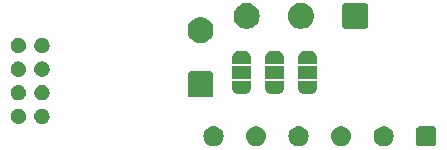
<source format=gbr>
%TF.GenerationSoftware,KiCad,Pcbnew,7.0.7*%
%TF.CreationDate,2023-10-10T17:02:05+13:00*%
%TF.ProjectId,probeDaughterBoard,70726f62-6544-4617-9567-68746572426f,rev?*%
%TF.SameCoordinates,Original*%
%TF.FileFunction,Soldermask,Bot*%
%TF.FilePolarity,Negative*%
%FSLAX46Y46*%
G04 Gerber Fmt 4.6, Leading zero omitted, Abs format (unit mm)*
G04 Created by KiCad (PCBNEW 7.0.7) date 2023-10-10 17:02:05*
%MOMM*%
%LPD*%
G01*
G04 APERTURE LIST*
G04 APERTURE END LIST*
G36*
X42818685Y-11357969D02*
G01*
X42827893Y-11362034D01*
X42834724Y-11363030D01*
X42877422Y-11383903D01*
X42919541Y-11402501D01*
X42923441Y-11406401D01*
X42923801Y-11406577D01*
X42993422Y-11476198D01*
X42993597Y-11476557D01*
X42997499Y-11480459D01*
X43016100Y-11522588D01*
X43036969Y-11565275D01*
X43037963Y-11572103D01*
X43042031Y-11581315D01*
X43050000Y-11650000D01*
X43050000Y-12750000D01*
X43042031Y-12818685D01*
X43037963Y-12827896D01*
X43036969Y-12834724D01*
X43016105Y-12877401D01*
X42997499Y-12919541D01*
X42993597Y-12923442D01*
X42993422Y-12923801D01*
X42923801Y-12993422D01*
X42923442Y-12993597D01*
X42919541Y-12997499D01*
X42877401Y-13016105D01*
X42834724Y-13036969D01*
X42827896Y-13037963D01*
X42818685Y-13042031D01*
X42750000Y-13050000D01*
X41650000Y-13050000D01*
X41581315Y-13042031D01*
X41572103Y-13037963D01*
X41565275Y-13036969D01*
X41522588Y-13016100D01*
X41480459Y-12997499D01*
X41476557Y-12993597D01*
X41476198Y-12993422D01*
X41406577Y-12923801D01*
X41406401Y-12923441D01*
X41402501Y-12919541D01*
X41383903Y-12877422D01*
X41363030Y-12834724D01*
X41362034Y-12827893D01*
X41357969Y-12818685D01*
X41350000Y-12750000D01*
X41350000Y-11650000D01*
X41357969Y-11581315D01*
X41362034Y-11572107D01*
X41363030Y-11565275D01*
X41383908Y-11522567D01*
X41402501Y-11480459D01*
X41406400Y-11476559D01*
X41406577Y-11476198D01*
X41476198Y-11406577D01*
X41476559Y-11406400D01*
X41480459Y-11402501D01*
X41522567Y-11383908D01*
X41565275Y-11363030D01*
X41572107Y-11362034D01*
X41581315Y-11357969D01*
X41650000Y-11350000D01*
X42750000Y-11350000D01*
X42818685Y-11357969D01*
G37*
G36*
X24462664Y-11391602D02*
G01*
X24625000Y-11463878D01*
X24768761Y-11568327D01*
X24887664Y-11700383D01*
X24976514Y-11854274D01*
X25031425Y-12023275D01*
X25050000Y-12200000D01*
X25031425Y-12376725D01*
X24976514Y-12545726D01*
X24887664Y-12699617D01*
X24768761Y-12831673D01*
X24625000Y-12936122D01*
X24462664Y-13008398D01*
X24288849Y-13045344D01*
X24111151Y-13045344D01*
X23937336Y-13008398D01*
X23775000Y-12936122D01*
X23631239Y-12831673D01*
X23512336Y-12699617D01*
X23423486Y-12545726D01*
X23368575Y-12376725D01*
X23350000Y-12200000D01*
X23368575Y-12023275D01*
X23423486Y-11854274D01*
X23512336Y-11700383D01*
X23631239Y-11568327D01*
X23775000Y-11463878D01*
X23937336Y-11391602D01*
X24111151Y-11354656D01*
X24288849Y-11354656D01*
X24462664Y-11391602D01*
G37*
G36*
X28062664Y-11391602D02*
G01*
X28225000Y-11463878D01*
X28368761Y-11568327D01*
X28487664Y-11700383D01*
X28576514Y-11854274D01*
X28631425Y-12023275D01*
X28650000Y-12200000D01*
X28631425Y-12376725D01*
X28576514Y-12545726D01*
X28487664Y-12699617D01*
X28368761Y-12831673D01*
X28225000Y-12936122D01*
X28062664Y-13008398D01*
X27888849Y-13045344D01*
X27711151Y-13045344D01*
X27537336Y-13008398D01*
X27375000Y-12936122D01*
X27231239Y-12831673D01*
X27112336Y-12699617D01*
X27023486Y-12545726D01*
X26968575Y-12376725D01*
X26950000Y-12200000D01*
X26968575Y-12023275D01*
X27023486Y-11854274D01*
X27112336Y-11700383D01*
X27231239Y-11568327D01*
X27375000Y-11463878D01*
X27537336Y-11391602D01*
X27711151Y-11354656D01*
X27888849Y-11354656D01*
X28062664Y-11391602D01*
G37*
G36*
X31662664Y-11391602D02*
G01*
X31825000Y-11463878D01*
X31968761Y-11568327D01*
X32087664Y-11700383D01*
X32176514Y-11854274D01*
X32231425Y-12023275D01*
X32250000Y-12200000D01*
X32231425Y-12376725D01*
X32176514Y-12545726D01*
X32087664Y-12699617D01*
X31968761Y-12831673D01*
X31825000Y-12936122D01*
X31662664Y-13008398D01*
X31488849Y-13045344D01*
X31311151Y-13045344D01*
X31137336Y-13008398D01*
X30975000Y-12936122D01*
X30831239Y-12831673D01*
X30712336Y-12699617D01*
X30623486Y-12545726D01*
X30568575Y-12376725D01*
X30550000Y-12200000D01*
X30568575Y-12023275D01*
X30623486Y-11854274D01*
X30712336Y-11700383D01*
X30831239Y-11568327D01*
X30975000Y-11463878D01*
X31137336Y-11391602D01*
X31311151Y-11354656D01*
X31488849Y-11354656D01*
X31662664Y-11391602D01*
G37*
G36*
X35262664Y-11391602D02*
G01*
X35425000Y-11463878D01*
X35568761Y-11568327D01*
X35687664Y-11700383D01*
X35776514Y-11854274D01*
X35831425Y-12023275D01*
X35850000Y-12200000D01*
X35831425Y-12376725D01*
X35776514Y-12545726D01*
X35687664Y-12699617D01*
X35568761Y-12831673D01*
X35425000Y-12936122D01*
X35262664Y-13008398D01*
X35088849Y-13045344D01*
X34911151Y-13045344D01*
X34737336Y-13008398D01*
X34575000Y-12936122D01*
X34431239Y-12831673D01*
X34312336Y-12699617D01*
X34223486Y-12545726D01*
X34168575Y-12376725D01*
X34150000Y-12200000D01*
X34168575Y-12023275D01*
X34223486Y-11854274D01*
X34312336Y-11700383D01*
X34431239Y-11568327D01*
X34575000Y-11463878D01*
X34737336Y-11391602D01*
X34911151Y-11354656D01*
X35088849Y-11354656D01*
X35262664Y-11391602D01*
G37*
G36*
X38862664Y-11391602D02*
G01*
X39025000Y-11463878D01*
X39168761Y-11568327D01*
X39287664Y-11700383D01*
X39376514Y-11854274D01*
X39431425Y-12023275D01*
X39450000Y-12200000D01*
X39431425Y-12376725D01*
X39376514Y-12545726D01*
X39287664Y-12699617D01*
X39168761Y-12831673D01*
X39025000Y-12936122D01*
X38862664Y-13008398D01*
X38688849Y-13045344D01*
X38511151Y-13045344D01*
X38337336Y-13008398D01*
X38175000Y-12936122D01*
X38031239Y-12831673D01*
X37912336Y-12699617D01*
X37823486Y-12545726D01*
X37768575Y-12376725D01*
X37750000Y-12200000D01*
X37768575Y-12023275D01*
X37823486Y-11854274D01*
X37912336Y-11700383D01*
X38031239Y-11568327D01*
X38175000Y-11463878D01*
X38337336Y-11391602D01*
X38511151Y-11354656D01*
X38688849Y-11354656D01*
X38862664Y-11391602D01*
G37*
G36*
X7713412Y-9854739D02*
G01*
X7753349Y-9854739D01*
X7786978Y-9863027D01*
X7819543Y-9866697D01*
X7861669Y-9881437D01*
X7905493Y-9892239D01*
X7931406Y-9905839D01*
X7956849Y-9914742D01*
X7999851Y-9941762D01*
X8044242Y-9965060D01*
X8062078Y-9980861D01*
X8080012Y-9992130D01*
X8120506Y-10032624D01*
X8161532Y-10068970D01*
X8171960Y-10084078D01*
X8182869Y-10094987D01*
X8217163Y-10149567D01*
X8250546Y-10197930D01*
X8255104Y-10209949D01*
X8260257Y-10218150D01*
X8284617Y-10287767D01*
X8306112Y-10344445D01*
X8306995Y-10351722D01*
X8308302Y-10355456D01*
X8319283Y-10452923D01*
X8325000Y-10500000D01*
X8319283Y-10547080D01*
X8308302Y-10644543D01*
X8306995Y-10648275D01*
X8306112Y-10655555D01*
X8284612Y-10712244D01*
X8260257Y-10781849D01*
X8255105Y-10790047D01*
X8250546Y-10802070D01*
X8217156Y-10850442D01*
X8182869Y-10905012D01*
X8171962Y-10915918D01*
X8161532Y-10931030D01*
X8120498Y-10967382D01*
X8080012Y-11007869D01*
X8062082Y-11019135D01*
X8044242Y-11034940D01*
X7999841Y-11058243D01*
X7956849Y-11085257D01*
X7931411Y-11094157D01*
X7905493Y-11107761D01*
X7861659Y-11118564D01*
X7819543Y-11133302D01*
X7786986Y-11136970D01*
X7753349Y-11145261D01*
X7713403Y-11145261D01*
X7674999Y-11149588D01*
X7636596Y-11145261D01*
X7596651Y-11145261D01*
X7563015Y-11136970D01*
X7530456Y-11133302D01*
X7488337Y-11118564D01*
X7444507Y-11107761D01*
X7418590Y-11094158D01*
X7393150Y-11085257D01*
X7350152Y-11058239D01*
X7305758Y-11034940D01*
X7287920Y-11019137D01*
X7269987Y-11007869D01*
X7229493Y-10967375D01*
X7188468Y-10931030D01*
X7178039Y-10915921D01*
X7167130Y-10905012D01*
X7132832Y-10850426D01*
X7099454Y-10802070D01*
X7094896Y-10790051D01*
X7089742Y-10781849D01*
X7065374Y-10712210D01*
X7043888Y-10655555D01*
X7043004Y-10648280D01*
X7041697Y-10644543D01*
X7030702Y-10546966D01*
X7025000Y-10500000D01*
X7030702Y-10453037D01*
X7041697Y-10355456D01*
X7043004Y-10351718D01*
X7043888Y-10344445D01*
X7065370Y-10287801D01*
X7089742Y-10218150D01*
X7094896Y-10209945D01*
X7099454Y-10197930D01*
X7132825Y-10149583D01*
X7167130Y-10094987D01*
X7178041Y-10084075D01*
X7188468Y-10068970D01*
X7229484Y-10032632D01*
X7269987Y-9992130D01*
X7287924Y-9980859D01*
X7305758Y-9965060D01*
X7350142Y-9941765D01*
X7393150Y-9914742D01*
X7418595Y-9905838D01*
X7444507Y-9892239D01*
X7488327Y-9881438D01*
X7530456Y-9866697D01*
X7563022Y-9863027D01*
X7596651Y-9854739D01*
X7636587Y-9854739D01*
X7675000Y-9850411D01*
X7713412Y-9854739D01*
G37*
G36*
X9713412Y-9854739D02*
G01*
X9753349Y-9854739D01*
X9786978Y-9863027D01*
X9819543Y-9866697D01*
X9861669Y-9881437D01*
X9905493Y-9892239D01*
X9931406Y-9905839D01*
X9956849Y-9914742D01*
X9999851Y-9941762D01*
X10044242Y-9965060D01*
X10062078Y-9980861D01*
X10080012Y-9992130D01*
X10120506Y-10032624D01*
X10161532Y-10068970D01*
X10171960Y-10084078D01*
X10182869Y-10094987D01*
X10217163Y-10149567D01*
X10250546Y-10197930D01*
X10255104Y-10209949D01*
X10260257Y-10218150D01*
X10284617Y-10287767D01*
X10306112Y-10344445D01*
X10306995Y-10351722D01*
X10308302Y-10355456D01*
X10319283Y-10452923D01*
X10325000Y-10500000D01*
X10319283Y-10547080D01*
X10308302Y-10644543D01*
X10306995Y-10648275D01*
X10306112Y-10655555D01*
X10284612Y-10712244D01*
X10260257Y-10781849D01*
X10255105Y-10790047D01*
X10250546Y-10802070D01*
X10217156Y-10850442D01*
X10182869Y-10905012D01*
X10171962Y-10915918D01*
X10161532Y-10931030D01*
X10120498Y-10967382D01*
X10080012Y-11007869D01*
X10062082Y-11019135D01*
X10044242Y-11034940D01*
X9999841Y-11058243D01*
X9956849Y-11085257D01*
X9931411Y-11094157D01*
X9905493Y-11107761D01*
X9861659Y-11118564D01*
X9819543Y-11133302D01*
X9786986Y-11136970D01*
X9753349Y-11145261D01*
X9713403Y-11145261D01*
X9674999Y-11149588D01*
X9636596Y-11145261D01*
X9596651Y-11145261D01*
X9563015Y-11136970D01*
X9530456Y-11133302D01*
X9488337Y-11118564D01*
X9444507Y-11107761D01*
X9418590Y-11094158D01*
X9393150Y-11085257D01*
X9350152Y-11058239D01*
X9305758Y-11034940D01*
X9287920Y-11019137D01*
X9269987Y-11007869D01*
X9229493Y-10967375D01*
X9188468Y-10931030D01*
X9178039Y-10915921D01*
X9167130Y-10905012D01*
X9132832Y-10850426D01*
X9099454Y-10802070D01*
X9094896Y-10790051D01*
X9089742Y-10781849D01*
X9065374Y-10712210D01*
X9043888Y-10655555D01*
X9043004Y-10648280D01*
X9041697Y-10644543D01*
X9030702Y-10546966D01*
X9025000Y-10500000D01*
X9030702Y-10453037D01*
X9041697Y-10355456D01*
X9043004Y-10351718D01*
X9043888Y-10344445D01*
X9065370Y-10287801D01*
X9089742Y-10218150D01*
X9094896Y-10209945D01*
X9099454Y-10197930D01*
X9132825Y-10149583D01*
X9167130Y-10094987D01*
X9178041Y-10084075D01*
X9188468Y-10068970D01*
X9229484Y-10032632D01*
X9269987Y-9992130D01*
X9287924Y-9980859D01*
X9305758Y-9965060D01*
X9350142Y-9941765D01*
X9393150Y-9914742D01*
X9418595Y-9905838D01*
X9444507Y-9892239D01*
X9488327Y-9881438D01*
X9530456Y-9866697D01*
X9563022Y-9863027D01*
X9596651Y-9854739D01*
X9636587Y-9854739D01*
X9675000Y-9850411D01*
X9713412Y-9854739D01*
G37*
G36*
X7713412Y-7854739D02*
G01*
X7753349Y-7854739D01*
X7786978Y-7863027D01*
X7819543Y-7866697D01*
X7861669Y-7881437D01*
X7905493Y-7892239D01*
X7931406Y-7905839D01*
X7956849Y-7914742D01*
X7999851Y-7941762D01*
X8044242Y-7965060D01*
X8062078Y-7980861D01*
X8080012Y-7992130D01*
X8120506Y-8032624D01*
X8161532Y-8068970D01*
X8171960Y-8084078D01*
X8182869Y-8094987D01*
X8217163Y-8149567D01*
X8250546Y-8197930D01*
X8255104Y-8209949D01*
X8260257Y-8218150D01*
X8284617Y-8287767D01*
X8306112Y-8344445D01*
X8306995Y-8351722D01*
X8308302Y-8355456D01*
X8319283Y-8452923D01*
X8325000Y-8500000D01*
X8319283Y-8547080D01*
X8308302Y-8644543D01*
X8306995Y-8648275D01*
X8306112Y-8655555D01*
X8284612Y-8712244D01*
X8260257Y-8781849D01*
X8255105Y-8790047D01*
X8250546Y-8802070D01*
X8217156Y-8850442D01*
X8182869Y-8905012D01*
X8171962Y-8915918D01*
X8161532Y-8931030D01*
X8120498Y-8967382D01*
X8080012Y-9007869D01*
X8062082Y-9019135D01*
X8044242Y-9034940D01*
X7999841Y-9058243D01*
X7956849Y-9085257D01*
X7931411Y-9094157D01*
X7905493Y-9107761D01*
X7861659Y-9118564D01*
X7819543Y-9133302D01*
X7786985Y-9136970D01*
X7753349Y-9145261D01*
X7713403Y-9145261D01*
X7675000Y-9149588D01*
X7636596Y-9145261D01*
X7596651Y-9145261D01*
X7563014Y-9136970D01*
X7530456Y-9133302D01*
X7488337Y-9118564D01*
X7444507Y-9107761D01*
X7418590Y-9094158D01*
X7393150Y-9085257D01*
X7350152Y-9058239D01*
X7305758Y-9034940D01*
X7287920Y-9019137D01*
X7269987Y-9007869D01*
X7229493Y-8967375D01*
X7188468Y-8931030D01*
X7178039Y-8915921D01*
X7167130Y-8905012D01*
X7132832Y-8850426D01*
X7099454Y-8802070D01*
X7094896Y-8790051D01*
X7089742Y-8781849D01*
X7065374Y-8712210D01*
X7043888Y-8655555D01*
X7043004Y-8648280D01*
X7041697Y-8644543D01*
X7030702Y-8546966D01*
X7025000Y-8500000D01*
X7030702Y-8453037D01*
X7041697Y-8355456D01*
X7043004Y-8351718D01*
X7043888Y-8344445D01*
X7065370Y-8287801D01*
X7089742Y-8218150D01*
X7094896Y-8209945D01*
X7099454Y-8197930D01*
X7132825Y-8149583D01*
X7167130Y-8094987D01*
X7178041Y-8084075D01*
X7188468Y-8068970D01*
X7229484Y-8032632D01*
X7269987Y-7992130D01*
X7287924Y-7980859D01*
X7305758Y-7965060D01*
X7350142Y-7941765D01*
X7393150Y-7914742D01*
X7418595Y-7905838D01*
X7444507Y-7892239D01*
X7488327Y-7881438D01*
X7530456Y-7866697D01*
X7563022Y-7863027D01*
X7596651Y-7854739D01*
X7636587Y-7854739D01*
X7675000Y-7850411D01*
X7713412Y-7854739D01*
G37*
G36*
X9713412Y-7854739D02*
G01*
X9753349Y-7854739D01*
X9786978Y-7863027D01*
X9819543Y-7866697D01*
X9861669Y-7881437D01*
X9905493Y-7892239D01*
X9931406Y-7905839D01*
X9956849Y-7914742D01*
X9999851Y-7941762D01*
X10044242Y-7965060D01*
X10062078Y-7980861D01*
X10080012Y-7992130D01*
X10120506Y-8032624D01*
X10161532Y-8068970D01*
X10171960Y-8084078D01*
X10182869Y-8094987D01*
X10217163Y-8149567D01*
X10250546Y-8197930D01*
X10255104Y-8209949D01*
X10260257Y-8218150D01*
X10284617Y-8287767D01*
X10306112Y-8344445D01*
X10306995Y-8351722D01*
X10308302Y-8355456D01*
X10319283Y-8452923D01*
X10325000Y-8500000D01*
X10319283Y-8547080D01*
X10308302Y-8644543D01*
X10306995Y-8648275D01*
X10306112Y-8655555D01*
X10284612Y-8712244D01*
X10260257Y-8781849D01*
X10255105Y-8790047D01*
X10250546Y-8802070D01*
X10217156Y-8850442D01*
X10182869Y-8905012D01*
X10171962Y-8915918D01*
X10161532Y-8931030D01*
X10120498Y-8967382D01*
X10080012Y-9007869D01*
X10062082Y-9019135D01*
X10044242Y-9034940D01*
X9999841Y-9058243D01*
X9956849Y-9085257D01*
X9931411Y-9094157D01*
X9905493Y-9107761D01*
X9861659Y-9118564D01*
X9819543Y-9133302D01*
X9786985Y-9136970D01*
X9753349Y-9145261D01*
X9713403Y-9145261D01*
X9675000Y-9149588D01*
X9636596Y-9145261D01*
X9596651Y-9145261D01*
X9563014Y-9136970D01*
X9530456Y-9133302D01*
X9488337Y-9118564D01*
X9444507Y-9107761D01*
X9418590Y-9094158D01*
X9393150Y-9085257D01*
X9350152Y-9058239D01*
X9305758Y-9034940D01*
X9287920Y-9019137D01*
X9269987Y-9007869D01*
X9229493Y-8967375D01*
X9188468Y-8931030D01*
X9178039Y-8915921D01*
X9167130Y-8905012D01*
X9132832Y-8850426D01*
X9099454Y-8802070D01*
X9094896Y-8790051D01*
X9089742Y-8781849D01*
X9065374Y-8712210D01*
X9043888Y-8655555D01*
X9043004Y-8648280D01*
X9041697Y-8644543D01*
X9030702Y-8546966D01*
X9025000Y-8500000D01*
X9030702Y-8453037D01*
X9041697Y-8355456D01*
X9043004Y-8351718D01*
X9043888Y-8344445D01*
X9065370Y-8287801D01*
X9089742Y-8218150D01*
X9094896Y-8209945D01*
X9099454Y-8197930D01*
X9132825Y-8149583D01*
X9167130Y-8094987D01*
X9178041Y-8084075D01*
X9188468Y-8068970D01*
X9229484Y-8032632D01*
X9269987Y-7992130D01*
X9287924Y-7980859D01*
X9305758Y-7965060D01*
X9350142Y-7941765D01*
X9393150Y-7914742D01*
X9418595Y-7905838D01*
X9444507Y-7892239D01*
X9488327Y-7881438D01*
X9530456Y-7866697D01*
X9563022Y-7863027D01*
X9596651Y-7854739D01*
X9636587Y-7854739D01*
X9675000Y-7850411D01*
X9713412Y-7854739D01*
G37*
G36*
X23968684Y-6707969D02*
G01*
X23977891Y-6712034D01*
X23984724Y-6713030D01*
X24027431Y-6733908D01*
X24069540Y-6752501D01*
X24073439Y-6756400D01*
X24073801Y-6756577D01*
X24143422Y-6826198D01*
X24143598Y-6826559D01*
X24147499Y-6830460D01*
X24166096Y-6872578D01*
X24186969Y-6915275D01*
X24187964Y-6922105D01*
X24192031Y-6931316D01*
X24199999Y-7000002D01*
X24199999Y-7004704D01*
X24200000Y-7004711D01*
X24200000Y-7850411D01*
X24200000Y-8599999D01*
X24192031Y-8668684D01*
X24187964Y-8677894D01*
X24186969Y-8684724D01*
X24166100Y-8727410D01*
X24147499Y-8769540D01*
X24143597Y-8773441D01*
X24143422Y-8773801D01*
X24073801Y-8843422D01*
X24073441Y-8843597D01*
X24069540Y-8847499D01*
X24027410Y-8866100D01*
X23984724Y-8886969D01*
X23977894Y-8887964D01*
X23968684Y-8892031D01*
X23899998Y-8899999D01*
X23895294Y-8899999D01*
X23895288Y-8900000D01*
X22304712Y-8900000D01*
X22304711Y-8899999D01*
X22300001Y-8900000D01*
X22231316Y-8892031D01*
X22222105Y-8887964D01*
X22215275Y-8886969D01*
X22172578Y-8866096D01*
X22130460Y-8847499D01*
X22126559Y-8843598D01*
X22126198Y-8843422D01*
X22056577Y-8773801D01*
X22056400Y-8773439D01*
X22052501Y-8769540D01*
X22033908Y-8727431D01*
X22013030Y-8684724D01*
X22012034Y-8677891D01*
X22007969Y-8668684D01*
X22000001Y-8599998D01*
X22000000Y-8595294D01*
X22000000Y-8595288D01*
X22000000Y-7004711D01*
X22000000Y-7004710D01*
X22000000Y-7000001D01*
X22007969Y-6931316D01*
X22012034Y-6922108D01*
X22013030Y-6915275D01*
X22033913Y-6872557D01*
X22052501Y-6830460D01*
X22056399Y-6826561D01*
X22056577Y-6826198D01*
X22126198Y-6756577D01*
X22126561Y-6756399D01*
X22130460Y-6752501D01*
X22172557Y-6733913D01*
X22215275Y-6713030D01*
X22222108Y-6712034D01*
X22231316Y-6707969D01*
X22300002Y-6700001D01*
X22304705Y-6700000D01*
X22304712Y-6700000D01*
X23895288Y-6700000D01*
X23899999Y-6700000D01*
X23968684Y-6707969D01*
G37*
G36*
X27334133Y-7503806D02*
G01*
X27350354Y-7514645D01*
X27361193Y-7530866D01*
X27364999Y-7550000D01*
X27364999Y-8100000D01*
X27361193Y-8119134D01*
X27360064Y-8120821D01*
X27359910Y-8122390D01*
X27359910Y-8166510D01*
X27359910Y-8171157D01*
X27357885Y-8185244D01*
X27317790Y-8321795D01*
X27311878Y-8334740D01*
X27234937Y-8454462D01*
X27225617Y-8465217D01*
X27118062Y-8558414D01*
X27106090Y-8566109D01*
X26976636Y-8625228D01*
X26962981Y-8629237D01*
X26822115Y-8649491D01*
X26814999Y-8650000D01*
X26812680Y-8650000D01*
X26317318Y-8650000D01*
X26314999Y-8650000D01*
X26307883Y-8649491D01*
X26167017Y-8629237D01*
X26153362Y-8625228D01*
X26023908Y-8566109D01*
X26011936Y-8558414D01*
X25986939Y-8536754D01*
X25907897Y-8468264D01*
X25907895Y-8468262D01*
X25904381Y-8465217D01*
X25895061Y-8454462D01*
X25818120Y-8334740D01*
X25812208Y-8321795D01*
X25810897Y-8317333D01*
X25810896Y-8317329D01*
X25773422Y-8189702D01*
X25772113Y-8185244D01*
X25770088Y-8171157D01*
X25770088Y-8122389D01*
X25769933Y-8120823D01*
X25768805Y-8119134D01*
X25764999Y-8100000D01*
X25764999Y-7550000D01*
X25768805Y-7530866D01*
X25779644Y-7514645D01*
X25795865Y-7503806D01*
X25814999Y-7500000D01*
X27314999Y-7500000D01*
X27334133Y-7503806D01*
G37*
G36*
X30134133Y-7503806D02*
G01*
X30150354Y-7514645D01*
X30161193Y-7530866D01*
X30164999Y-7550000D01*
X30164999Y-8100000D01*
X30161193Y-8119134D01*
X30160063Y-8120823D01*
X30159909Y-8122389D01*
X30159910Y-8171157D01*
X30157885Y-8185244D01*
X30117790Y-8321795D01*
X30111878Y-8334740D01*
X30034937Y-8454462D01*
X30025617Y-8465217D01*
X29918062Y-8558414D01*
X29906090Y-8566109D01*
X29776636Y-8625228D01*
X29762981Y-8629237D01*
X29622115Y-8649491D01*
X29614999Y-8650000D01*
X29612680Y-8650000D01*
X29117318Y-8650000D01*
X29114999Y-8650000D01*
X29107883Y-8649491D01*
X28967017Y-8629237D01*
X28953362Y-8625228D01*
X28823908Y-8566109D01*
X28811936Y-8558414D01*
X28786939Y-8536754D01*
X28707897Y-8468264D01*
X28707895Y-8468262D01*
X28704381Y-8465217D01*
X28695061Y-8454462D01*
X28618120Y-8334740D01*
X28612208Y-8321795D01*
X28610897Y-8317333D01*
X28610896Y-8317329D01*
X28573422Y-8189702D01*
X28572113Y-8185244D01*
X28570088Y-8171157D01*
X28570088Y-8122389D01*
X28569933Y-8120823D01*
X28568805Y-8119134D01*
X28564999Y-8100000D01*
X28564999Y-7550000D01*
X28568805Y-7530866D01*
X28579644Y-7514645D01*
X28595865Y-7503806D01*
X28614999Y-7500000D01*
X30114999Y-7500000D01*
X30134133Y-7503806D01*
G37*
G36*
X32934133Y-7503806D02*
G01*
X32950354Y-7514645D01*
X32961193Y-7530866D01*
X32964999Y-7550000D01*
X32964999Y-8100000D01*
X32961193Y-8119134D01*
X32960063Y-8120823D01*
X32959909Y-8122389D01*
X32959910Y-8171157D01*
X32957885Y-8185244D01*
X32917790Y-8321795D01*
X32911878Y-8334740D01*
X32834937Y-8454462D01*
X32825617Y-8465217D01*
X32718062Y-8558414D01*
X32706090Y-8566109D01*
X32576636Y-8625228D01*
X32562981Y-8629237D01*
X32422115Y-8649491D01*
X32414999Y-8650000D01*
X32412680Y-8650000D01*
X31917318Y-8650000D01*
X31914999Y-8650000D01*
X31907883Y-8649491D01*
X31767017Y-8629237D01*
X31753362Y-8625228D01*
X31623908Y-8566109D01*
X31611936Y-8558414D01*
X31586939Y-8536754D01*
X31507897Y-8468264D01*
X31507895Y-8468262D01*
X31504381Y-8465217D01*
X31495061Y-8454462D01*
X31418120Y-8334740D01*
X31412208Y-8321795D01*
X31410897Y-8317333D01*
X31410896Y-8317329D01*
X31373422Y-8189702D01*
X31372113Y-8185244D01*
X31370088Y-8171157D01*
X31370088Y-8166516D01*
X31370087Y-8166510D01*
X31370087Y-8122389D01*
X31369932Y-8120821D01*
X31368805Y-8119134D01*
X31364999Y-8100000D01*
X31364999Y-7550000D01*
X31368805Y-7530866D01*
X31379644Y-7514645D01*
X31395865Y-7503806D01*
X31414999Y-7500000D01*
X32914999Y-7500000D01*
X32934133Y-7503806D01*
G37*
G36*
X27334133Y-6253806D02*
G01*
X27350354Y-6264645D01*
X27361193Y-6280866D01*
X27364999Y-6300000D01*
X27364999Y-7300000D01*
X27361193Y-7319134D01*
X27350354Y-7335355D01*
X27334133Y-7346194D01*
X27314999Y-7350000D01*
X25814999Y-7350000D01*
X25795865Y-7346194D01*
X25779644Y-7335355D01*
X25768805Y-7319134D01*
X25764999Y-7300000D01*
X25764999Y-6300000D01*
X25768805Y-6280866D01*
X25779644Y-6264645D01*
X25795865Y-6253806D01*
X25814999Y-6250000D01*
X27314999Y-6250000D01*
X27334133Y-6253806D01*
G37*
G36*
X30134133Y-6253806D02*
G01*
X30150354Y-6264645D01*
X30161193Y-6280866D01*
X30164999Y-6300000D01*
X30164999Y-7300000D01*
X30161193Y-7319134D01*
X30150354Y-7335355D01*
X30134133Y-7346194D01*
X30114999Y-7350000D01*
X28614999Y-7350000D01*
X28595865Y-7346194D01*
X28579644Y-7335355D01*
X28568805Y-7319134D01*
X28564999Y-7300000D01*
X28564999Y-6300000D01*
X28568805Y-6280866D01*
X28579644Y-6264645D01*
X28595865Y-6253806D01*
X28614999Y-6250000D01*
X30114999Y-6250000D01*
X30134133Y-6253806D01*
G37*
G36*
X32934133Y-6253806D02*
G01*
X32950354Y-6264645D01*
X32961193Y-6280866D01*
X32964999Y-6300000D01*
X32964999Y-7300000D01*
X32961193Y-7319134D01*
X32950354Y-7335355D01*
X32934133Y-7346194D01*
X32914999Y-7350000D01*
X31414999Y-7350000D01*
X31395865Y-7346194D01*
X31379644Y-7335355D01*
X31368805Y-7319134D01*
X31364999Y-7300000D01*
X31364999Y-6300000D01*
X31368805Y-6280866D01*
X31379644Y-6264645D01*
X31395865Y-6253806D01*
X31414999Y-6250000D01*
X32914999Y-6250000D01*
X32934133Y-6253806D01*
G37*
G36*
X7713412Y-5854739D02*
G01*
X7753349Y-5854739D01*
X7786978Y-5863027D01*
X7819543Y-5866697D01*
X7861669Y-5881437D01*
X7905493Y-5892239D01*
X7931406Y-5905839D01*
X7956849Y-5914742D01*
X7999851Y-5941762D01*
X8044242Y-5965060D01*
X8062078Y-5980861D01*
X8080012Y-5992130D01*
X8120506Y-6032624D01*
X8161532Y-6068970D01*
X8171960Y-6084078D01*
X8182869Y-6094987D01*
X8217163Y-6149567D01*
X8250546Y-6197930D01*
X8255104Y-6209949D01*
X8260257Y-6218150D01*
X8284617Y-6287767D01*
X8306112Y-6344445D01*
X8306995Y-6351722D01*
X8308302Y-6355456D01*
X8319283Y-6452923D01*
X8325000Y-6500000D01*
X8319283Y-6547080D01*
X8308302Y-6644543D01*
X8306995Y-6648275D01*
X8306112Y-6655555D01*
X8284612Y-6712244D01*
X8260257Y-6781849D01*
X8255105Y-6790047D01*
X8250546Y-6802070D01*
X8217156Y-6850442D01*
X8182869Y-6905012D01*
X8171962Y-6915918D01*
X8161532Y-6931030D01*
X8120498Y-6967382D01*
X8080012Y-7007869D01*
X8062082Y-7019135D01*
X8044242Y-7034940D01*
X7999841Y-7058243D01*
X7956849Y-7085257D01*
X7931411Y-7094157D01*
X7905493Y-7107761D01*
X7861659Y-7118564D01*
X7819543Y-7133302D01*
X7786985Y-7136970D01*
X7753349Y-7145261D01*
X7713403Y-7145261D01*
X7675000Y-7149588D01*
X7636596Y-7145261D01*
X7596651Y-7145261D01*
X7563014Y-7136970D01*
X7530456Y-7133302D01*
X7488337Y-7118564D01*
X7444507Y-7107761D01*
X7418590Y-7094158D01*
X7393150Y-7085257D01*
X7350152Y-7058239D01*
X7305758Y-7034940D01*
X7287920Y-7019137D01*
X7269987Y-7007869D01*
X7229493Y-6967375D01*
X7188468Y-6931030D01*
X7178039Y-6915921D01*
X7167130Y-6905012D01*
X7132832Y-6850426D01*
X7099454Y-6802070D01*
X7094896Y-6790051D01*
X7089742Y-6781849D01*
X7065374Y-6712210D01*
X7043888Y-6655555D01*
X7043004Y-6648280D01*
X7041697Y-6644543D01*
X7030702Y-6546966D01*
X7025000Y-6500000D01*
X7030702Y-6453037D01*
X7041697Y-6355456D01*
X7043004Y-6351718D01*
X7043888Y-6344445D01*
X7065370Y-6287801D01*
X7089742Y-6218150D01*
X7094896Y-6209945D01*
X7099454Y-6197930D01*
X7132825Y-6149583D01*
X7167130Y-6094987D01*
X7178041Y-6084075D01*
X7188468Y-6068970D01*
X7229484Y-6032632D01*
X7269987Y-5992130D01*
X7287924Y-5980859D01*
X7305758Y-5965060D01*
X7350142Y-5941765D01*
X7393150Y-5914742D01*
X7418595Y-5905838D01*
X7444507Y-5892239D01*
X7488327Y-5881438D01*
X7530456Y-5866697D01*
X7563022Y-5863027D01*
X7596651Y-5854739D01*
X7636587Y-5854739D01*
X7675000Y-5850411D01*
X7713412Y-5854739D01*
G37*
G36*
X9713412Y-5854739D02*
G01*
X9753349Y-5854739D01*
X9786978Y-5863027D01*
X9819543Y-5866697D01*
X9861669Y-5881437D01*
X9905493Y-5892239D01*
X9931406Y-5905839D01*
X9956849Y-5914742D01*
X9999851Y-5941762D01*
X10044242Y-5965060D01*
X10062078Y-5980861D01*
X10080012Y-5992130D01*
X10120506Y-6032624D01*
X10161532Y-6068970D01*
X10171960Y-6084078D01*
X10182869Y-6094987D01*
X10217163Y-6149567D01*
X10250546Y-6197930D01*
X10255104Y-6209949D01*
X10260257Y-6218150D01*
X10284617Y-6287767D01*
X10306112Y-6344445D01*
X10306995Y-6351722D01*
X10308302Y-6355456D01*
X10319283Y-6452923D01*
X10325000Y-6500000D01*
X10319283Y-6547080D01*
X10308302Y-6644543D01*
X10306995Y-6648275D01*
X10306112Y-6655555D01*
X10284612Y-6712244D01*
X10260257Y-6781849D01*
X10255105Y-6790047D01*
X10250546Y-6802070D01*
X10217156Y-6850442D01*
X10182869Y-6905012D01*
X10171962Y-6915918D01*
X10161532Y-6931030D01*
X10120498Y-6967382D01*
X10080012Y-7007869D01*
X10062082Y-7019135D01*
X10044242Y-7034940D01*
X9999841Y-7058243D01*
X9956849Y-7085257D01*
X9931411Y-7094157D01*
X9905493Y-7107761D01*
X9861659Y-7118564D01*
X9819543Y-7133302D01*
X9786985Y-7136970D01*
X9753349Y-7145261D01*
X9713403Y-7145261D01*
X9675000Y-7149588D01*
X9636596Y-7145261D01*
X9596651Y-7145261D01*
X9563014Y-7136970D01*
X9530456Y-7133302D01*
X9488337Y-7118564D01*
X9444507Y-7107761D01*
X9418590Y-7094158D01*
X9393150Y-7085257D01*
X9350152Y-7058239D01*
X9305758Y-7034940D01*
X9287920Y-7019137D01*
X9269987Y-7007869D01*
X9229493Y-6967375D01*
X9188468Y-6931030D01*
X9178039Y-6915921D01*
X9167130Y-6905012D01*
X9132832Y-6850426D01*
X9099454Y-6802070D01*
X9094896Y-6790051D01*
X9089742Y-6781849D01*
X9065374Y-6712210D01*
X9043888Y-6655555D01*
X9043004Y-6648280D01*
X9041697Y-6644543D01*
X9030702Y-6546966D01*
X9025000Y-6500000D01*
X9030702Y-6453037D01*
X9041697Y-6355456D01*
X9043004Y-6351718D01*
X9043888Y-6344445D01*
X9065370Y-6287801D01*
X9089742Y-6218150D01*
X9094896Y-6209945D01*
X9099454Y-6197930D01*
X9132825Y-6149583D01*
X9167130Y-6094987D01*
X9178041Y-6084075D01*
X9188468Y-6068970D01*
X9229484Y-6032632D01*
X9269987Y-5992130D01*
X9287924Y-5980859D01*
X9305758Y-5965060D01*
X9350142Y-5941765D01*
X9393150Y-5914742D01*
X9418595Y-5905838D01*
X9444507Y-5892239D01*
X9488327Y-5881438D01*
X9530456Y-5866697D01*
X9563022Y-5863027D01*
X9596651Y-5854739D01*
X9636587Y-5854739D01*
X9675000Y-5850411D01*
X9713412Y-5854739D01*
G37*
G36*
X26822115Y-4950509D02*
G01*
X26824408Y-4950838D01*
X26824412Y-4950839D01*
X26958380Y-4970101D01*
X26958383Y-4970101D01*
X26962981Y-4970763D01*
X26976636Y-4974772D01*
X26980864Y-4976703D01*
X27101858Y-5031958D01*
X27101859Y-5031959D01*
X27106090Y-5033891D01*
X27118062Y-5041586D01*
X27121574Y-5044629D01*
X27121575Y-5044630D01*
X27222100Y-5131735D01*
X27222101Y-5131737D01*
X27225617Y-5134783D01*
X27234937Y-5145538D01*
X27311878Y-5265260D01*
X27317790Y-5278205D01*
X27357885Y-5414756D01*
X27359910Y-5428843D01*
X27359909Y-5433487D01*
X27359910Y-5433488D01*
X27359910Y-5477609D01*
X27360064Y-5479177D01*
X27361193Y-5480866D01*
X27364999Y-5500000D01*
X27364999Y-6050000D01*
X27361193Y-6069134D01*
X27350354Y-6085355D01*
X27334133Y-6096194D01*
X27314999Y-6100000D01*
X27308597Y-6100000D01*
X25821401Y-6100000D01*
X25814999Y-6100000D01*
X25795865Y-6096194D01*
X25779644Y-6085355D01*
X25768805Y-6069134D01*
X25764999Y-6050000D01*
X25764999Y-5500000D01*
X25768805Y-5480866D01*
X25769933Y-5479176D01*
X25770088Y-5477609D01*
X25770088Y-5433488D01*
X25770088Y-5433487D01*
X25770088Y-5428843D01*
X25772113Y-5414756D01*
X25773422Y-5410297D01*
X25810896Y-5282670D01*
X25810898Y-5282664D01*
X25812208Y-5278205D01*
X25818120Y-5265260D01*
X25895061Y-5145538D01*
X25904381Y-5134783D01*
X25907892Y-5131740D01*
X25907897Y-5131735D01*
X26008422Y-5044630D01*
X26008426Y-5044627D01*
X26011936Y-5041586D01*
X26023908Y-5033891D01*
X26028134Y-5031960D01*
X26028139Y-5031958D01*
X26149133Y-4976703D01*
X26149134Y-4976702D01*
X26153362Y-4974772D01*
X26167017Y-4970763D01*
X26171612Y-4970102D01*
X26171617Y-4970101D01*
X26305585Y-4950839D01*
X26305590Y-4950838D01*
X26307883Y-4950509D01*
X26314999Y-4950000D01*
X26814999Y-4950000D01*
X26822115Y-4950509D01*
G37*
G36*
X29622115Y-4950509D02*
G01*
X29624408Y-4950838D01*
X29624412Y-4950839D01*
X29758380Y-4970101D01*
X29758383Y-4970101D01*
X29762981Y-4970763D01*
X29776636Y-4974772D01*
X29780864Y-4976703D01*
X29901858Y-5031958D01*
X29901859Y-5031959D01*
X29906090Y-5033891D01*
X29918062Y-5041586D01*
X29921574Y-5044629D01*
X29921575Y-5044630D01*
X30022100Y-5131735D01*
X30022101Y-5131737D01*
X30025617Y-5134783D01*
X30034937Y-5145538D01*
X30111878Y-5265260D01*
X30117790Y-5278205D01*
X30157885Y-5414756D01*
X30159910Y-5428843D01*
X30159909Y-5477609D01*
X30160063Y-5479175D01*
X30161193Y-5480866D01*
X30164999Y-5500000D01*
X30164999Y-6050000D01*
X30161193Y-6069134D01*
X30150354Y-6085355D01*
X30134133Y-6096194D01*
X30114999Y-6100000D01*
X30108597Y-6100000D01*
X28621401Y-6100000D01*
X28614999Y-6100000D01*
X28595865Y-6096194D01*
X28579644Y-6085355D01*
X28568805Y-6069134D01*
X28564999Y-6050000D01*
X28564999Y-5500000D01*
X28568805Y-5480866D01*
X28569933Y-5479176D01*
X28570088Y-5477609D01*
X28570088Y-5433488D01*
X28570088Y-5433487D01*
X28570088Y-5428843D01*
X28572113Y-5414756D01*
X28573422Y-5410297D01*
X28610896Y-5282670D01*
X28610898Y-5282664D01*
X28612208Y-5278205D01*
X28618120Y-5265260D01*
X28695061Y-5145538D01*
X28704381Y-5134783D01*
X28707892Y-5131740D01*
X28707897Y-5131735D01*
X28808422Y-5044630D01*
X28808426Y-5044627D01*
X28811936Y-5041586D01*
X28823908Y-5033891D01*
X28828134Y-5031960D01*
X28828139Y-5031958D01*
X28949133Y-4976703D01*
X28949134Y-4976702D01*
X28953362Y-4974772D01*
X28967017Y-4970763D01*
X28971612Y-4970102D01*
X28971617Y-4970101D01*
X29105585Y-4950839D01*
X29105590Y-4950838D01*
X29107883Y-4950509D01*
X29114999Y-4950000D01*
X29614999Y-4950000D01*
X29622115Y-4950509D01*
G37*
G36*
X32422115Y-4950509D02*
G01*
X32424408Y-4950838D01*
X32424412Y-4950839D01*
X32558380Y-4970101D01*
X32558383Y-4970101D01*
X32562981Y-4970763D01*
X32576636Y-4974772D01*
X32580864Y-4976703D01*
X32701858Y-5031958D01*
X32701859Y-5031959D01*
X32706090Y-5033891D01*
X32718062Y-5041586D01*
X32721574Y-5044629D01*
X32721575Y-5044630D01*
X32822100Y-5131735D01*
X32822101Y-5131737D01*
X32825617Y-5134783D01*
X32834937Y-5145538D01*
X32911878Y-5265260D01*
X32917790Y-5278205D01*
X32957885Y-5414756D01*
X32959910Y-5428843D01*
X32959909Y-5477609D01*
X32960063Y-5479175D01*
X32961193Y-5480866D01*
X32964999Y-5500000D01*
X32964999Y-6050000D01*
X32961193Y-6069134D01*
X32950354Y-6085355D01*
X32934133Y-6096194D01*
X32914999Y-6100000D01*
X32908597Y-6100000D01*
X31421401Y-6100000D01*
X31414999Y-6100000D01*
X31395865Y-6096194D01*
X31379644Y-6085355D01*
X31368805Y-6069134D01*
X31364999Y-6050000D01*
X31364999Y-5500000D01*
X31368805Y-5480866D01*
X31369932Y-5479177D01*
X31370087Y-5477610D01*
X31370087Y-5433489D01*
X31370088Y-5433482D01*
X31370088Y-5428843D01*
X31372113Y-5414756D01*
X31373422Y-5410297D01*
X31410896Y-5282670D01*
X31410898Y-5282664D01*
X31412208Y-5278205D01*
X31418120Y-5265260D01*
X31495061Y-5145538D01*
X31504381Y-5134783D01*
X31507892Y-5131740D01*
X31507897Y-5131735D01*
X31608422Y-5044630D01*
X31608426Y-5044627D01*
X31611936Y-5041586D01*
X31623908Y-5033891D01*
X31628134Y-5031960D01*
X31628139Y-5031958D01*
X31749133Y-4976703D01*
X31749134Y-4976702D01*
X31753362Y-4974772D01*
X31767017Y-4970763D01*
X31771612Y-4970102D01*
X31771617Y-4970101D01*
X31905585Y-4950839D01*
X31905590Y-4950838D01*
X31907883Y-4950509D01*
X31914999Y-4950000D01*
X32414999Y-4950000D01*
X32422115Y-4950509D01*
G37*
G36*
X7713412Y-3854739D02*
G01*
X7753349Y-3854739D01*
X7786978Y-3863027D01*
X7819543Y-3866697D01*
X7861669Y-3881437D01*
X7905493Y-3892239D01*
X7931406Y-3905839D01*
X7956849Y-3914742D01*
X7999851Y-3941762D01*
X8044242Y-3965060D01*
X8062078Y-3980861D01*
X8080012Y-3992130D01*
X8120506Y-4032624D01*
X8161532Y-4068970D01*
X8171960Y-4084078D01*
X8182869Y-4094987D01*
X8217163Y-4149567D01*
X8250546Y-4197930D01*
X8255104Y-4209949D01*
X8260257Y-4218150D01*
X8284617Y-4287767D01*
X8306112Y-4344445D01*
X8306995Y-4351722D01*
X8308302Y-4355456D01*
X8319283Y-4452923D01*
X8325000Y-4500000D01*
X8319283Y-4547080D01*
X8308302Y-4644543D01*
X8306995Y-4648275D01*
X8306112Y-4655555D01*
X8284612Y-4712244D01*
X8260257Y-4781849D01*
X8255105Y-4790047D01*
X8250546Y-4802070D01*
X8217156Y-4850442D01*
X8182869Y-4905012D01*
X8171962Y-4915918D01*
X8161532Y-4931030D01*
X8120498Y-4967382D01*
X8080012Y-5007869D01*
X8062082Y-5019135D01*
X8044242Y-5034940D01*
X7999841Y-5058243D01*
X7956849Y-5085257D01*
X7931411Y-5094157D01*
X7905493Y-5107761D01*
X7861659Y-5118564D01*
X7819543Y-5133302D01*
X7786985Y-5136970D01*
X7753349Y-5145261D01*
X7713403Y-5145261D01*
X7675000Y-5149588D01*
X7636596Y-5145261D01*
X7596651Y-5145261D01*
X7563014Y-5136970D01*
X7530456Y-5133302D01*
X7488337Y-5118564D01*
X7444507Y-5107761D01*
X7418590Y-5094158D01*
X7393150Y-5085257D01*
X7350152Y-5058239D01*
X7305758Y-5034940D01*
X7287920Y-5019137D01*
X7269987Y-5007869D01*
X7229493Y-4967375D01*
X7188468Y-4931030D01*
X7178039Y-4915921D01*
X7167130Y-4905012D01*
X7132832Y-4850426D01*
X7099454Y-4802070D01*
X7094896Y-4790051D01*
X7089742Y-4781849D01*
X7065374Y-4712210D01*
X7043888Y-4655555D01*
X7043004Y-4648280D01*
X7041697Y-4644543D01*
X7030702Y-4546966D01*
X7025000Y-4500000D01*
X7030702Y-4453037D01*
X7041697Y-4355456D01*
X7043004Y-4351718D01*
X7043888Y-4344445D01*
X7065370Y-4287801D01*
X7089742Y-4218150D01*
X7094896Y-4209945D01*
X7099454Y-4197930D01*
X7132825Y-4149583D01*
X7167130Y-4094987D01*
X7178041Y-4084075D01*
X7188468Y-4068970D01*
X7229484Y-4032632D01*
X7269987Y-3992130D01*
X7287924Y-3980859D01*
X7305758Y-3965060D01*
X7350142Y-3941765D01*
X7393150Y-3914742D01*
X7418595Y-3905838D01*
X7444507Y-3892239D01*
X7488327Y-3881438D01*
X7530456Y-3866697D01*
X7563022Y-3863027D01*
X7596651Y-3854739D01*
X7636587Y-3854739D01*
X7675000Y-3850411D01*
X7713412Y-3854739D01*
G37*
G36*
X9713412Y-3854739D02*
G01*
X9753349Y-3854739D01*
X9786978Y-3863027D01*
X9819543Y-3866697D01*
X9861669Y-3881437D01*
X9905493Y-3892239D01*
X9931406Y-3905839D01*
X9956849Y-3914742D01*
X9999851Y-3941762D01*
X10044242Y-3965060D01*
X10062078Y-3980861D01*
X10080012Y-3992130D01*
X10120506Y-4032624D01*
X10161532Y-4068970D01*
X10171960Y-4084078D01*
X10182869Y-4094987D01*
X10217163Y-4149567D01*
X10250546Y-4197930D01*
X10255104Y-4209949D01*
X10260257Y-4218150D01*
X10284617Y-4287767D01*
X10306112Y-4344445D01*
X10306995Y-4351722D01*
X10308302Y-4355456D01*
X10319283Y-4452923D01*
X10325000Y-4500000D01*
X10319283Y-4547080D01*
X10308302Y-4644543D01*
X10306995Y-4648275D01*
X10306112Y-4655555D01*
X10284612Y-4712244D01*
X10260257Y-4781849D01*
X10255105Y-4790047D01*
X10250546Y-4802070D01*
X10217156Y-4850442D01*
X10182869Y-4905012D01*
X10171962Y-4915918D01*
X10161532Y-4931030D01*
X10120498Y-4967382D01*
X10080012Y-5007869D01*
X10062082Y-5019135D01*
X10044242Y-5034940D01*
X9999841Y-5058243D01*
X9956849Y-5085257D01*
X9931411Y-5094157D01*
X9905493Y-5107761D01*
X9861659Y-5118564D01*
X9819543Y-5133302D01*
X9786985Y-5136970D01*
X9753349Y-5145261D01*
X9713403Y-5145261D01*
X9675000Y-5149588D01*
X9636596Y-5145261D01*
X9596651Y-5145261D01*
X9563014Y-5136970D01*
X9530456Y-5133302D01*
X9488337Y-5118564D01*
X9444507Y-5107761D01*
X9418590Y-5094158D01*
X9393150Y-5085257D01*
X9350152Y-5058239D01*
X9305758Y-5034940D01*
X9287920Y-5019137D01*
X9269987Y-5007869D01*
X9229493Y-4967375D01*
X9188468Y-4931030D01*
X9178039Y-4915921D01*
X9167130Y-4905012D01*
X9132832Y-4850426D01*
X9099454Y-4802070D01*
X9094896Y-4790051D01*
X9089742Y-4781849D01*
X9065374Y-4712210D01*
X9043888Y-4655555D01*
X9043004Y-4648280D01*
X9041697Y-4644543D01*
X9030702Y-4546966D01*
X9025000Y-4500000D01*
X9030702Y-4453037D01*
X9041697Y-4355456D01*
X9043004Y-4351718D01*
X9043888Y-4344445D01*
X9065370Y-4287801D01*
X9089742Y-4218150D01*
X9094896Y-4209945D01*
X9099454Y-4197930D01*
X9132825Y-4149583D01*
X9167130Y-4094987D01*
X9178041Y-4084075D01*
X9188468Y-4068970D01*
X9229484Y-4032632D01*
X9269987Y-3992130D01*
X9287924Y-3980859D01*
X9305758Y-3965060D01*
X9350142Y-3941765D01*
X9393150Y-3914742D01*
X9418595Y-3905838D01*
X9444507Y-3892239D01*
X9488327Y-3881438D01*
X9530456Y-3866697D01*
X9563022Y-3863027D01*
X9596651Y-3854739D01*
X9636587Y-3854739D01*
X9674999Y-3850411D01*
X9713412Y-3854739D01*
G37*
G36*
X23401029Y-2141992D02*
G01*
X23590312Y-2215320D01*
X23762898Y-2322181D01*
X23912910Y-2458935D01*
X24035239Y-2620925D01*
X24125719Y-2802634D01*
X24181270Y-2997876D01*
X24200000Y-3200000D01*
X24181270Y-3402124D01*
X24125719Y-3597366D01*
X24035239Y-3779075D01*
X23912910Y-3941065D01*
X23762898Y-4077819D01*
X23590312Y-4184680D01*
X23401029Y-4258008D01*
X23201495Y-4295308D01*
X22998505Y-4295308D01*
X22798971Y-4258008D01*
X22609688Y-4184680D01*
X22437102Y-4077819D01*
X22287090Y-3941065D01*
X22164761Y-3779075D01*
X22074281Y-3597366D01*
X22018730Y-3402124D01*
X22000000Y-3200000D01*
X22018730Y-2997876D01*
X22074281Y-2802634D01*
X22164761Y-2620925D01*
X22287090Y-2458935D01*
X22437102Y-2322181D01*
X22609688Y-2215320D01*
X22798971Y-2141992D01*
X22998505Y-2104692D01*
X23201495Y-2104692D01*
X23401029Y-2141992D01*
G37*
G36*
X37068684Y-907969D02*
G01*
X37077891Y-912034D01*
X37084724Y-913030D01*
X37127431Y-933908D01*
X37169540Y-952501D01*
X37173439Y-956400D01*
X37173801Y-956577D01*
X37243422Y-1026198D01*
X37243598Y-1026559D01*
X37247499Y-1030460D01*
X37266096Y-1072578D01*
X37286969Y-1115275D01*
X37287964Y-1122105D01*
X37292031Y-1131316D01*
X37299999Y-1200002D01*
X37299999Y-1204704D01*
X37300000Y-1204711D01*
X37300000Y-2104692D01*
X37300000Y-2799999D01*
X37292031Y-2868684D01*
X37287964Y-2877894D01*
X37286969Y-2884724D01*
X37266100Y-2927410D01*
X37247499Y-2969540D01*
X37243597Y-2973441D01*
X37243422Y-2973801D01*
X37173801Y-3043422D01*
X37173441Y-3043597D01*
X37169540Y-3047499D01*
X37127410Y-3066100D01*
X37084724Y-3086969D01*
X37077894Y-3087964D01*
X37068684Y-3092031D01*
X36999998Y-3099999D01*
X36995294Y-3099999D01*
X36995288Y-3100000D01*
X35404712Y-3100000D01*
X35404711Y-3099999D01*
X35400001Y-3100000D01*
X35331316Y-3092031D01*
X35322105Y-3087964D01*
X35315275Y-3086969D01*
X35272578Y-3066096D01*
X35230460Y-3047499D01*
X35226559Y-3043598D01*
X35226198Y-3043422D01*
X35156577Y-2973801D01*
X35156400Y-2973439D01*
X35152501Y-2969540D01*
X35133908Y-2927431D01*
X35113030Y-2884724D01*
X35112034Y-2877891D01*
X35107969Y-2868684D01*
X35100001Y-2799998D01*
X35100000Y-2795294D01*
X35100000Y-2795288D01*
X35100000Y-1204711D01*
X35100000Y-1204710D01*
X35100000Y-1200001D01*
X35107969Y-1131316D01*
X35112034Y-1122108D01*
X35113030Y-1115275D01*
X35133913Y-1072557D01*
X35152501Y-1030460D01*
X35156399Y-1026561D01*
X35156577Y-1026198D01*
X35226198Y-956577D01*
X35226561Y-956399D01*
X35230460Y-952501D01*
X35272557Y-933913D01*
X35315275Y-913030D01*
X35322108Y-912034D01*
X35331316Y-907969D01*
X35400002Y-900001D01*
X35404705Y-900000D01*
X35404712Y-900000D01*
X36995288Y-900000D01*
X36999999Y-900000D01*
X37068684Y-907969D01*
G37*
G36*
X27301029Y-941992D02*
G01*
X27490312Y-1015320D01*
X27662898Y-1122181D01*
X27812910Y-1258935D01*
X27935239Y-1420925D01*
X28025719Y-1602634D01*
X28081270Y-1797876D01*
X28100000Y-2000000D01*
X28081270Y-2202124D01*
X28025719Y-2397366D01*
X27935239Y-2579075D01*
X27812910Y-2741065D01*
X27662898Y-2877819D01*
X27490312Y-2984680D01*
X27301029Y-3058008D01*
X27101495Y-3095308D01*
X26898505Y-3095308D01*
X26698971Y-3058008D01*
X26509688Y-2984680D01*
X26337102Y-2877819D01*
X26187090Y-2741065D01*
X26064761Y-2579075D01*
X25974281Y-2397366D01*
X25918730Y-2202124D01*
X25900000Y-2000000D01*
X25918730Y-1797876D01*
X25974281Y-1602634D01*
X26064761Y-1420925D01*
X26187090Y-1258935D01*
X26337102Y-1122181D01*
X26509688Y-1015320D01*
X26698971Y-941992D01*
X26898505Y-904692D01*
X27101495Y-904692D01*
X27301029Y-941992D01*
G37*
G36*
X31901029Y-941992D02*
G01*
X32090312Y-1015320D01*
X32262898Y-1122181D01*
X32412910Y-1258935D01*
X32535239Y-1420925D01*
X32625719Y-1602634D01*
X32681270Y-1797876D01*
X32700000Y-2000000D01*
X32681270Y-2202124D01*
X32625719Y-2397366D01*
X32535239Y-2579075D01*
X32412910Y-2741065D01*
X32262898Y-2877819D01*
X32090312Y-2984680D01*
X31901029Y-3058008D01*
X31701495Y-3095308D01*
X31498505Y-3095308D01*
X31298971Y-3058008D01*
X31109688Y-2984680D01*
X30937102Y-2877819D01*
X30787090Y-2741065D01*
X30664761Y-2579075D01*
X30574281Y-2397366D01*
X30518730Y-2202124D01*
X30500000Y-2000000D01*
X30518730Y-1797876D01*
X30574281Y-1602634D01*
X30664761Y-1420925D01*
X30787090Y-1258935D01*
X30937102Y-1122181D01*
X31109688Y-1015320D01*
X31298971Y-941992D01*
X31498505Y-904692D01*
X31701495Y-904692D01*
X31901029Y-941992D01*
G37*
M02*

</source>
